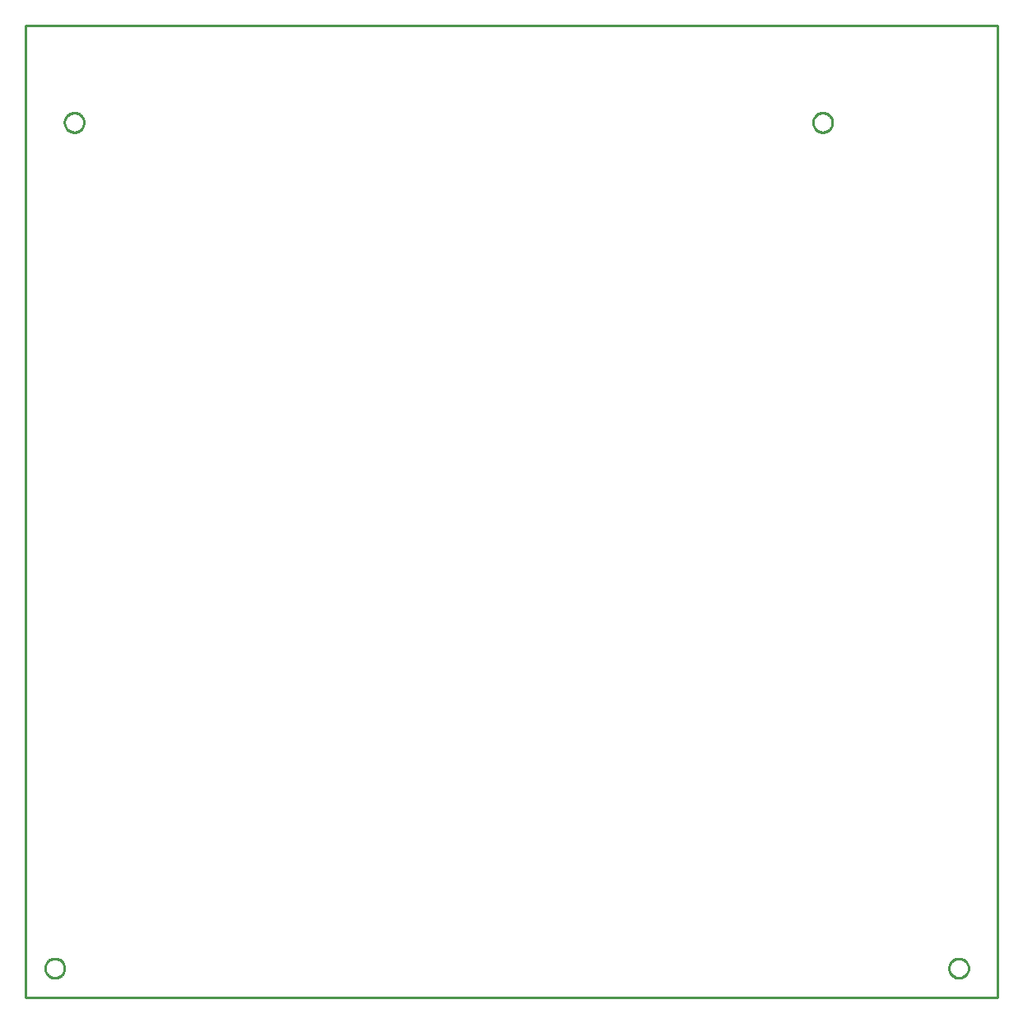
<source format=gbr>
G04 EAGLE Gerber RS-274X export*
G75*
%MOMM*%
%FSLAX34Y34*%
%LPD*%
%IN*%
%IPPOS*%
%AMOC8*
5,1,8,0,0,1.08239X$1,22.5*%
G01*
%ADD10C,0.254000*%


D10*
X300000Y0D02*
X1300000Y0D01*
X1300000Y1000000D01*
X300000Y1000000D01*
X300000Y0D01*
X1130000Y899563D02*
X1129924Y898694D01*
X1129772Y897834D01*
X1129546Y896990D01*
X1129248Y896170D01*
X1128879Y895378D01*
X1128442Y894622D01*
X1127941Y893907D01*
X1127380Y893238D01*
X1126762Y892620D01*
X1126093Y892059D01*
X1125378Y891558D01*
X1124622Y891121D01*
X1123830Y890752D01*
X1123010Y890454D01*
X1122166Y890228D01*
X1121307Y890076D01*
X1120437Y890000D01*
X1119563Y890000D01*
X1118694Y890076D01*
X1117834Y890228D01*
X1116990Y890454D01*
X1116170Y890752D01*
X1115378Y891121D01*
X1114622Y891558D01*
X1113907Y892059D01*
X1113238Y892620D01*
X1112620Y893238D01*
X1112059Y893907D01*
X1111558Y894622D01*
X1111121Y895378D01*
X1110752Y896170D01*
X1110454Y896990D01*
X1110228Y897834D01*
X1110076Y898694D01*
X1110000Y899563D01*
X1110000Y900437D01*
X1110076Y901307D01*
X1110228Y902166D01*
X1110454Y903010D01*
X1110752Y903830D01*
X1111121Y904622D01*
X1111558Y905378D01*
X1112059Y906093D01*
X1112620Y906762D01*
X1113238Y907380D01*
X1113907Y907941D01*
X1114622Y908442D01*
X1115378Y908879D01*
X1116170Y909248D01*
X1116990Y909546D01*
X1117834Y909772D01*
X1118694Y909924D01*
X1119563Y910000D01*
X1120437Y910000D01*
X1121307Y909924D01*
X1122166Y909772D01*
X1123010Y909546D01*
X1123830Y909248D01*
X1124622Y908879D01*
X1125378Y908442D01*
X1126093Y907941D01*
X1126762Y907380D01*
X1127380Y906762D01*
X1127941Y906093D01*
X1128442Y905378D01*
X1128879Y904622D01*
X1129248Y903830D01*
X1129546Y903010D01*
X1129772Y902166D01*
X1129924Y901307D01*
X1130000Y900437D01*
X1130000Y899563D01*
X360000Y899563D02*
X359924Y898694D01*
X359772Y897834D01*
X359546Y896990D01*
X359248Y896170D01*
X358879Y895378D01*
X358442Y894622D01*
X357941Y893907D01*
X357380Y893238D01*
X356762Y892620D01*
X356093Y892059D01*
X355378Y891558D01*
X354622Y891121D01*
X353830Y890752D01*
X353010Y890454D01*
X352166Y890228D01*
X351307Y890076D01*
X350437Y890000D01*
X349563Y890000D01*
X348694Y890076D01*
X347834Y890228D01*
X346990Y890454D01*
X346170Y890752D01*
X345378Y891121D01*
X344622Y891558D01*
X343907Y892059D01*
X343238Y892620D01*
X342620Y893238D01*
X342059Y893907D01*
X341558Y894622D01*
X341121Y895378D01*
X340752Y896170D01*
X340454Y896990D01*
X340228Y897834D01*
X340076Y898694D01*
X340000Y899563D01*
X340000Y900437D01*
X340076Y901307D01*
X340228Y902166D01*
X340454Y903010D01*
X340752Y903830D01*
X341121Y904622D01*
X341558Y905378D01*
X342059Y906093D01*
X342620Y906762D01*
X343238Y907380D01*
X343907Y907941D01*
X344622Y908442D01*
X345378Y908879D01*
X346170Y909248D01*
X346990Y909546D01*
X347834Y909772D01*
X348694Y909924D01*
X349563Y910000D01*
X350437Y910000D01*
X351307Y909924D01*
X352166Y909772D01*
X353010Y909546D01*
X353830Y909248D01*
X354622Y908879D01*
X355378Y908442D01*
X356093Y907941D01*
X356762Y907380D01*
X357380Y906762D01*
X357941Y906093D01*
X358442Y905378D01*
X358879Y904622D01*
X359248Y903830D01*
X359546Y903010D01*
X359772Y902166D01*
X359924Y901307D01*
X360000Y900437D01*
X360000Y899563D01*
X340000Y29563D02*
X339924Y28694D01*
X339772Y27834D01*
X339546Y26990D01*
X339248Y26170D01*
X338879Y25378D01*
X338442Y24622D01*
X337941Y23907D01*
X337380Y23238D01*
X336762Y22620D01*
X336093Y22059D01*
X335378Y21558D01*
X334622Y21121D01*
X333830Y20752D01*
X333010Y20454D01*
X332166Y20228D01*
X331307Y20076D01*
X330437Y20000D01*
X329563Y20000D01*
X328694Y20076D01*
X327834Y20228D01*
X326990Y20454D01*
X326170Y20752D01*
X325378Y21121D01*
X324622Y21558D01*
X323907Y22059D01*
X323238Y22620D01*
X322620Y23238D01*
X322059Y23907D01*
X321558Y24622D01*
X321121Y25378D01*
X320752Y26170D01*
X320454Y26990D01*
X320228Y27834D01*
X320076Y28694D01*
X320000Y29563D01*
X320000Y30437D01*
X320076Y31307D01*
X320228Y32166D01*
X320454Y33010D01*
X320752Y33830D01*
X321121Y34622D01*
X321558Y35378D01*
X322059Y36093D01*
X322620Y36762D01*
X323238Y37380D01*
X323907Y37941D01*
X324622Y38442D01*
X325378Y38879D01*
X326170Y39248D01*
X326990Y39546D01*
X327834Y39772D01*
X328694Y39924D01*
X329563Y40000D01*
X330437Y40000D01*
X331307Y39924D01*
X332166Y39772D01*
X333010Y39546D01*
X333830Y39248D01*
X334622Y38879D01*
X335378Y38442D01*
X336093Y37941D01*
X336762Y37380D01*
X337380Y36762D01*
X337941Y36093D01*
X338442Y35378D01*
X338879Y34622D01*
X339248Y33830D01*
X339546Y33010D01*
X339772Y32166D01*
X339924Y31307D01*
X340000Y30437D01*
X340000Y29563D01*
X1270000Y29563D02*
X1269924Y28694D01*
X1269772Y27834D01*
X1269546Y26990D01*
X1269248Y26170D01*
X1268879Y25378D01*
X1268442Y24622D01*
X1267941Y23907D01*
X1267380Y23238D01*
X1266762Y22620D01*
X1266093Y22059D01*
X1265378Y21558D01*
X1264622Y21121D01*
X1263830Y20752D01*
X1263010Y20454D01*
X1262166Y20228D01*
X1261307Y20076D01*
X1260437Y20000D01*
X1259563Y20000D01*
X1258694Y20076D01*
X1257834Y20228D01*
X1256990Y20454D01*
X1256170Y20752D01*
X1255378Y21121D01*
X1254622Y21558D01*
X1253907Y22059D01*
X1253238Y22620D01*
X1252620Y23238D01*
X1252059Y23907D01*
X1251558Y24622D01*
X1251121Y25378D01*
X1250752Y26170D01*
X1250454Y26990D01*
X1250228Y27834D01*
X1250076Y28694D01*
X1250000Y29563D01*
X1250000Y30437D01*
X1250076Y31307D01*
X1250228Y32166D01*
X1250454Y33010D01*
X1250752Y33830D01*
X1251121Y34622D01*
X1251558Y35378D01*
X1252059Y36093D01*
X1252620Y36762D01*
X1253238Y37380D01*
X1253907Y37941D01*
X1254622Y38442D01*
X1255378Y38879D01*
X1256170Y39248D01*
X1256990Y39546D01*
X1257834Y39772D01*
X1258694Y39924D01*
X1259563Y40000D01*
X1260437Y40000D01*
X1261307Y39924D01*
X1262166Y39772D01*
X1263010Y39546D01*
X1263830Y39248D01*
X1264622Y38879D01*
X1265378Y38442D01*
X1266093Y37941D01*
X1266762Y37380D01*
X1267380Y36762D01*
X1267941Y36093D01*
X1268442Y35378D01*
X1268879Y34622D01*
X1269248Y33830D01*
X1269546Y33010D01*
X1269772Y32166D01*
X1269924Y31307D01*
X1270000Y30437D01*
X1270000Y29563D01*
M02*

</source>
